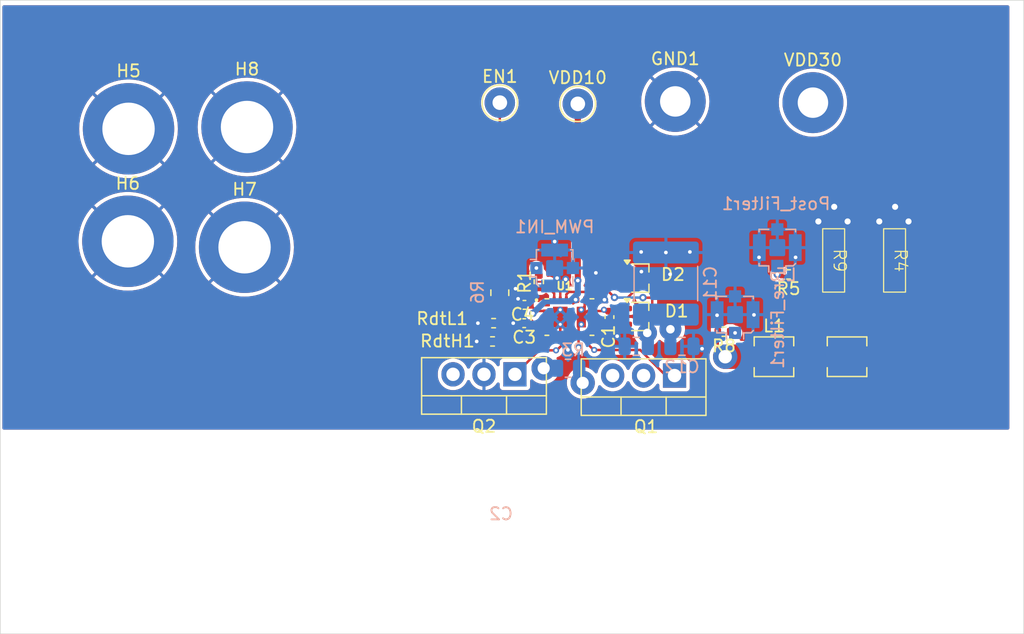
<source format=kicad_pcb>
(kicad_pcb (version 20240108) (generator "pcbnew") (generator_version "8.0")
  (layers (0 "F.Cu" signal) (1 "In1.Cu" power) (2 "In2.Cu" mixed) (31 "B.Cu" power) (34 "B.Paste" user) (35 "F.Paste" user) (36 "B.SilkS" user "B.Silkscreen") (37 "F.SilkS" user "F.Silkscreen") (38 "B.Mask" user) (39 "F.Mask" user) (44 "Edge.Cuts" user))
  (net 0 "")
  (net 1 "GND")
  (net 2 "/Q2D")
  (net 3 "Net-(L1-Pad2)")
  (net 4 "Net-(U1-DLH)")
  (net 5 "Net-(U1-DHL)")
  (net 6 "/BST1")
  (net 7 "/HS1")
  (net 8 "/HB1")
  (net 9 "/VDD30")
  (net 10 "/VCC1")
  (net 11 "/VDD10")
  (net 12 "/EN1")
  (net 13 "/PWM1")
  (net 14 "/LO1")
  (net 15 "/RL1")
  (net 16 "/Pre_Filter1")
  (net 17 "/HO1")
  (net 18 "Net-(U1-PWM{slash}LI)")
  (net 19 "/N1RL")
  (footprint "Resistor_SMD:R_0402_1005Metric" (layer "F.Cu") (at 142.7 38.5 180)
    (property "Reference" "R5" (at 0 -1.17 360) (layer "F.SilkS"))
    (property "Value" "47")
    (fp_line (start -0.153641 0.38) (end 0.153641 0.38) (stroke (width 0.12)) (layer "F.SilkS"))
    (fp_line (start -0.153641 -0.38) (end 0.153641 -0.38) (stroke (width 0.12)) (layer "F.SilkS"))
    (pad "1" smd roundrect (at -0.51 0 180) (size 0.54 0.64) (layers "F.Cu" "F.Paste" "F.Mask") (net 19 "/N1RL"))
    (pad "2" smd roundrect (at 0.51 0 180) (size 0.54 0.64) (layers "F.Cu" "F.Paste" "F.Mask") (net 15 "/RL1"))
  )
  (footprint "TestPoint:TestPoint_THTPad_D2.5mm_Drill1.2mm" (layer "F.Cu") (at 119 24.4)
    (property "Reference" "EN1" (at 0 -2.148 0) (layer "F.SilkS"))
    (property "Value" "MountingHole_Pad")
    (fp_circle (center 0 0) (end 0 1.45) (stroke (width 0.12)) (fill none) (layer "F.SilkS"))
    (pad "1" thru_hole circle (at 0 0) (size 2.5 2.5) (drill 1.2) (layers "*.Cu" "*.Mask") (net 12 "/EN1"))
  )
  (footprint "MountingHole:MountingHole_2.5mm_Pad_TopBottom" (layer "F.Cu") (at 133.4 24.3)
    (property "Reference" "GND1" (at 0 -3.5 0) (layer "F.SilkS"))
    (property "Value" "MountingHole_Pad")
    (pad "1" thru_hole circle (at 0 0) (size 2.9 2.9) (drill 2.5) (layers "*.Cu" "*.Mask") (net 1 "GND"))
    (pad "1" connect circle (at 0 0) (size 5 5) (layers "F.Cu" "F.Mask") (net 1 "GND"))
    (pad "1" connect circle (at 0 0) (size 5 5) (layers "B.Cu" "B.Mask") (net 1 "GND"))
  )
  (footprint "Package_TO_SOT_SMD:SOT-323_SC-70" (layer "F.Cu") (at 130.51 38.8)
    (property "Reference" "D2" (at 2.7 -0.29 0) (layer "F.SilkS"))
    (property "Value" "D_Schottky")
    (fp_line (start -0.68 -1.16) (end 0.73 -1.16) (stroke (width 0.12)) (layer "F.SilkS"))
    (fp_line (start -0.68 1.16) (end 0.73 1.16) (stroke (width 0.12)) (layer "F.SilkS"))
    (fp_line (start 0.73 -1.16) (end 0.73 -0.5) (stroke (width 0.12)) (layer "F.SilkS"))
    (fp_line (start 0.73 0.5) (end 0.73 1.16) (stroke (width 0.12)) (layer "F.SilkS"))
    (fp_poly (pts (xy -1.05 -1.14) (xy -1.29 -1.47) (xy -0.81 -1.47) (xy -1.05 -1.14)) (stroke (width 0.12)) (fill solid) (layer "F.SilkS"))
    (pad "1" smd roundrect (at -1 -0.65 270) (size 0.45 0.7) (layers "F.Cu" "F.Paste" "F.Mask") (net 8 "/HB1"))
    (pad "2" smd roundrect (at -1 0.65 270) (size 0.45 0.7) (layers "F.Cu" "F.Paste" "F.Mask"))
    (pad "3" smd roundrect (at 1 0 270) (size 0.45 0.7) (layers "F.Cu" "F.Paste" "F.Mask") (net 6 "/BST1"))
  )
  (footprint "Resistor_SMD:R_0402_1005Metric" (layer "F.Cu") (at 137.4 43.2 180)
    (property "Reference" "R8" (at 0 -1.17 360) (layer "F.SilkS"))
    (property "Value" "47")
    (fp_line (start -0.153641 0.38) (end 0.153641 0.38) (stroke (width 0.12)) (layer "F.SilkS"))
    (fp_line (start -0.153641 -0.38) (end 0.153641 -0.38) (stroke (width 0.12)) (layer "F.SilkS"))
    (pad "1" smd roundrect (at -0.51 0 180) (size 0.54 0.64) (layers "F.Cu" "F.Paste" "F.Mask") (net 16 "/Pre_Filter1"))
    (pad "2" smd roundrect (at 0.51 0 180) (size 0.54 0.64) (layers "F.Cu" "F.Paste" "F.Mask") (net 7 "/HS1"))
  )
  (footprint "MountingHole:MountingHole_4.3mm_M4_DIN965_Pad_TopBottom" (layer "F.Cu") (at 88.525 26.55)
    (property "Reference" "H5" (at 0 -4.75 0) (layer "F.SilkS"))
    (property "Value" "MountingHole_Pad")
    (pad "1" thru_hole circle (at 0 0) (size 4.7 4.7) (drill 4.3) (layers "*.Cu" "*.Mask") (net 1 "GND"))
    (pad "1" connect circle (at 0 0) (size 7.5 7.5) (layers "F.Cu" "F.Mask") (net 1 "GND"))
    (pad "1" connect circle (at 0 0) (size 7.5 7.5) (layers "B.Cu" "B.Mask") (net 1 "GND"))
  )
  (footprint "Resistor_SMD:R_0805_2012Metric" (layer "F.Cu") (at 119 40 -90)
    (property "Reference" "R6" (at -0.04 1.83 90) (layer "B.SilkS") (effects (justify mirror)))
    (property "Value" "0")
    (fp_line (start -0.227064 0.735) (end 0.227064 0.735) (stroke (width 0.12)) (layer "F.SilkS"))
    (fp_line (start -0.227064 -0.735) (end 0.227064 -0.735) (stroke (width 0.12)) (layer "F.SilkS"))
    (pad "1" smd roundrect (at -0.9125 0 270) (size 1.025 1.4) (layers "F.Cu" "F.Paste" "F.Mask") (roundrect_rratio 0.243902) (net 12 "/EN1"))
    (pad "2" smd roundrect (at 0.9125 0 270) (size 1.025 1.4) (layers "F.Cu" "F.Paste" "F.Mask") (roundrect_rratio 0.243902) (net 10 "/VCC1"))
  )
  (footprint "Resistor_SMD:R_0402_1005Metric" (layer "F.Cu") (at 118.4025 44)
    (property "Reference" "RdtH1" (at -3.7025 -0.03 0) (layer "F.SilkS"))
    (property "Value" "1.8M")
    (fp_line (start -0.153641 -0.38) (end 0.153641 -0.38) (stroke (width 0.12)) (layer "F.SilkS"))
    (fp_line (start -0.153641 0.38) (end 0.153641 0.38) (stroke (width 0.12)) (layer "F.SilkS"))
    (pad "1" smd roundrect (at -0.51 0) (size 0.54 0.64) (layers "F.Cu" "F.Paste" "F.Mask") (net 1 "GND"))
    (pad "2" smd roundrect (at 0.51 0) (size 0.54 0.64) (layers "F.Cu" "F.Paste" "F.Mask") (net 4 "Net-(U1-DLH)"))
  )
  (footprint "MyResistors:RWS5" (layer "F.Cu") (at 146.4 37.35 -90)
    (property "Reference" "R9" (at 0 -0.5 -90) (layer "F.SilkS") (effects (font (thickness 0.1))))
    (property "Value" "470")
    (fp_rect (start -2.6 -0.9) (end 2.6 0.9) (stroke (width 0.1)) (fill none) (layer "F.SilkS"))
    (pad "1" smd roundrect (at -3.24 0 270) (size 1.98 2.16) (layers "F.Cu" "F.Mask") (roundrect_rratio 0.0404040404) (net 1 "GND"))
    (pad "2" smd roundrect (at 3.24 0 270) (size 1.98 2.16) (layers "F.Cu" "F.Mask") (roundrect_rratio 0.0404040404) (net 19 "/N1RL"))
  )
  (footprint "Inductor_SMD:L_Vishay_IHLP-1212" (layer "F.Cu") (at 141.5 45.255)
    (property "Reference" "L1" (at 0 -2.524 0) (layer "F.SilkS"))
    (property "Value" "L")
    (fp_line (start -1.624 -1.624) (end 1.624 -1.624) (stroke (width 0.12)) (layer "F.SilkS"))
    (fp_line (start -1.624 -0.9) (end -1.624 -1.624) (stroke (width 0.12)) (layer "F.SilkS"))
    (fp_line (start -1.624 0.9) (end -1.624 1.624) (stroke (width 0.12)) (layer "F.SilkS"))
    (fp_line (start -1.624 1.624) (end 1.624 1.624) (stroke (width 0.12)) (layer "F.SilkS"))
    (fp_line (start 1.624 -1.624) (end 1.624 -0.9) (stroke (width 0.12)) (layer "F.SilkS"))
    (fp_line (start 1.624 1.624) (end 1.624 0.9) (stroke (width 0.12)) (layer "F.SilkS"))
    (pad "1" smd rect (at -1.35 0) (size 1.5 1.2) (layers "F.Cu" "F.Paste" "F.Mask") (net 7 "/HS1"))
    (pad "2" smd rect (at 1.35 0) (size 1.5 1.2) (layers "F.Cu" "F.Paste" "F.Mask") (net 3 "Net-(L1-Pad2)"))
  )
  (footprint "Package_TO_SOT_THT:TO-220-3_Vertical" (layer "F.Cu") (at 133.34 46.8 180)
    (property "Reference" "Q1" (at 2.34 -4.2 180) (layer "F.SilkS"))
    (property "Value" "Q_NMOS_GSD")
    (fp_line (start 7.66 -3.27) (end 7.66 1.371) (stroke (width 0.12)) (layer "F.SilkS"))
    (fp_line (start 4.391 -3.27) (end 4.391 -1.76) (stroke (width 0.12)) (layer "F.SilkS"))
    (fp_line (start 0.69 -3.27) (end 0.69 -1.76) (stroke (width 0.12)) (layer "F.SilkS"))
    (fp_line (start -2.58 1.371) (end 7.66 1.371) (stroke (width 0.12)) (layer "F.SilkS"))
    (fp_line (start -2.58 -1.76) (end 7.66 -1.76) (stroke (width 0.12)) (layer "F.SilkS"))
    (fp_line (start -2.58 -3.27) (end 7.66 -3.27) (stroke (width 0.12)) (layer "F.SilkS"))
    (fp_line (start -2.58 -3.27) (end -2.58 1.371) (stroke (width 0.12)) (layer "F.SilkS"))
    (pad "1" thru_hole rect (at 0 0 180) (size 1.905 2) (drill 1.1) (layers "*.Cu" "*.Mask") (net 17 "/HO1"))
    (pad "2" thru_hole oval (at 2.54 0 180) (size 1.905 2) (drill 1.1) (layers "*.Cu" "*.Mask") (net 7 "/HS1"))
    (pad "3" thru_hole oval (at 5.08 0 180) (size 1.905 2) (drill 1.1) (layers "*.Cu" "*.Mask") (net 9 "/VDD30"))
  )
  (footprint "Inductor_SMD:L_Vishay_IHLP-1212" (layer "F.Cu") (at 147.5 45.255)
    (property "Reference" "L5" (at -5.025 -6.724 -0) (layer "B.SilkS") (effects (justify mirror)))
    (property "Value" "L")
    (fp_line (start -1.624 -1.624) (end 1.624 -1.624) (stroke (width 0.12)) (layer "F.SilkS"))
    (fp_line (start -1.624 -0.9) (end -1.624 -1.624) (stroke (width 0.12)) (layer "F.SilkS"))
    (fp_line (start -1.624 0.9) (end -1.624 1.624) (stroke (width 0.12)) (layer "F.SilkS"))
    (fp_line (start -1.624 1.624) (end 1.624 1.624) (stroke (width 0.12)) (layer "F.SilkS"))
    (fp_line (start 1.624 -1.624) (end 1.624 -0.9) (stroke (width 0.12)) (layer "F.SilkS"))
    (fp_line (start 1.624 1.624) (end 1.624 0.9) (stroke (width 0.12)) (layer "F.SilkS"))
    (pad "1" smd rect (at -1.35 0) (size 1.5 1.2) (layers "F.Cu" "F.Paste" "F.Mask") (net 3 "Net-(L1-Pad2)"))
    (pad "2" smd rect (at 1.35 0) (size 1.5 1.2) (layers "F.Cu" "F.Paste" "F.Mask") (net 19 "/N1RL"))
  )
  (footprint "MyResistors:RWS5" (layer "F.Cu") (at 151.4 37.35 -90)
    (property "Reference" "R4" (at 0 -0.5 -90) (layer "F.SilkS") (effects (font (thickness 0.1))))
    (property "Value" "470")
    (fp_rect (start -2.6 -0.9) (end 2.6 0.9) (stroke (width 0.1)) (fill none) (layer "F.SilkS"))
    (pad "1" smd roundrect (at -3.24 0 270) (size 1.98 2.16) (layers "F.Cu" "F.Mask") (roundrect_rratio 0.0404040404) (net 1 "GND"))
    (pad "2" smd roundrect (at 3.24 0 270) (size 1.98 2.16) (layers "F.Cu" "F.Mask") (roundrect_rratio 0.0404040404) (net 19 "/N1RL"))
  )
  (footprint "Capacitor_SMD:C_0402_1005Metric" (layer "F.Cu") (at 121 42.5 180)
    (property "Reference" "C3" (at 0 -1.16 180) (layer "F.SilkS"))
    (property "Value" "4.7u")
    (fp_line (start -0.107836 0.36) (end 0.107836 0.36) (stroke (width 0.12)) (layer "F.SilkS"))
    (fp_line (start -0.107836 -0.36) (end 0.107836 -0.36) (stroke (width 0.12)) (layer "F.SilkS"))
    (pad "1" smd roundrect (at -0.48 0 180) (size 0.56 0.62) (layers "F.Cu" "F.Paste" "F.Mask") (net 10 "/VCC1"))
    (pad "2" smd roundrect (at 0.48 0 180) (size 0.56 0.62) (layers "F.Cu" "F.Paste" "F.Mask") (net 1 "GND"))
  )
  (footprint "MountingHole:MountingHole_2.5mm_Pad_TopBottom" (layer "F.Cu") (at 144.7 24.4)
    (property "Reference" "VDD30" (at 0 -3.5 0) (layer "F.SilkS"))
    (property "Value" "MountingHole_Pad")
    (pad "1" thru_hole circle (at 0 0) (size 2.9 2.9) (drill 2.5) (layers "*.Cu" "*.Mask") (net 9 "/VDD30"))
    (pad "1" connect circle (at 0 0) (size 5 5) (layers "F.Cu" "F.Mask") (net 9 "/VDD30"))
    (pad "1" connect circle (at 0 0) (size 5 5) (layers "B.Cu" "B.Mask") (net 9 "/VDD30"))
  )
  (footprint "Capacitor_SMD:C_0402_1005Metric" (layer "F.Cu") (at 128 42 90)
    (property "Reference" "C1" (at -1.6 -0.08 90) (layer "F.SilkS"))
    (property "Value" "1u")
    (fp_line (start -0.107836 -0.36) (end 0.107836 -0.36) (stroke (width 0.12)) (layer "F.SilkS"))
    (fp_line (start -0.107836 0.36) (end 0.107836 0.36) (stroke (width 0.12)) (layer "F.SilkS"))
    (pad "1" smd roundrect (at -0.48 0 90) (size 0.56 0.62) (layers "F.Cu" "F.Paste" "F.Mask") (net 8 "/HB1"))
    (pad "2" smd roundrect (at 0.48 0 90) (size 0.56 0.62) (layers "F.Cu" "F.Paste" "F.Mask") (net 7 "/HS1"))
  )
  (footprint "MountingHole:MountingHole_4.3mm_M4_DIN965_Pad_TopBottom" (layer "F.Cu") (at 88.47 35.78)
    (property "Reference" "H6" (at 0 -4.75 0) (layer "F.SilkS"))
    (property "Value" "MountingHole_Pad")
    (pad "1" thru_hole circle (at 0 0) (size 4.7 4.7) (drill 4.3) (layers "*.Cu" "*.Mask") (net 1 "GND"))
    (pad "1" connect circle (at 0 0) (size 7.5 7.5) (layers "F.Cu" "F.Mask") (net 1 "GND"))
    (pad "1" connect circle (at 0 0) (size 7.5 7.5) (layers "B.Cu" "B.Mask") (net 1 "GND"))
  )
  (footprint "MountingHole:MountingHole_4.3mm_M4_DIN965_Pad_TopBottom" (layer "F.Cu") (at 98.25 26.4)
    (property "Reference" "H8" (at 0 -4.75 0) (layer "F.SilkS"))
    (property "Value" "MountingHole_Pad")
    (pad "1" thru_hole circle (at 0 0) (size 4.7 4.7) (drill 4.3) (layers "*.Cu" "*.Mask") (net 1 "GND"))
    (pad "1" connect circle (at 0 0) (size 7.5 7.5) (layers "F.Cu" "F.Mask") (net 1 "GND"))
    (pad "1" connect circle (at 0 0) (size 7.5 7.5) (layers "B.Cu" "B.Mask") (net 1 "GND"))
  )
  (footprint "Resistor_SMD:R_0402_1005Metric" (layer "F.Cu") (at 118.49 42.5)
    (property "Reference" "RdtL1" (at -4.22 -0.37 0) (layer "F.SilkS"))
    (property "Value" "1.8M")
    (fp_line (start -0.153641 -0.38) (end 0.153641 -0.38) (stroke (width 0.12)) (layer "F.SilkS"))
    (fp_line (start -0.153641 0.38) (end 0.153641 0.38) (stroke (width 0.12)) (layer "F.SilkS"))
    (pad "1" smd roundrect (at -0.51 0) (size 0.54 0.64) (layers "F.Cu" "F.Paste" "F.Mask") (net 1 "GND"))
    (pad "2" smd roundrect (at 0.51 0) (size 0.54 0.64) (layers "F.Cu" "F.Paste" "F.Mask") (net 5 "Net-(U1-DHL)"))
  )
  (footprint "Package_TO_SOT_THT:TO-220-3_Vertical" (layer "F.Cu") (at 120.24 46.7 180)
    (property "Reference" "Q2" (at 2.54 -4.27 360) (layer "F.SilkS"))
    (property "Value" "Q_NMOS_GSD")
    (fp_line (start 7.66 -3.27) (end 7.66 1.371) (stroke (width 0.12)) (layer "F.SilkS"))
    (fp_line (start 4.391 -3.27) (end 4.391 -1.76) (stroke (width 0.12)) (layer "F.SilkS"))
    (fp_line (start 0.69 -3.27) (end 0.69 -1.76) (stroke (width 0.12)) (layer "F.SilkS"))
    (fp_line (start -2.58 1.371) (end 7.66 1.371) (stroke (width 0.12)) (layer "F.SilkS"))
    (fp_line (start -2.58 -1.76) (end 7.66 -1.76) (stroke (width 0.12)) (layer "F.SilkS"))
    (fp_line (start -2.58 -3.27) (end 7.66 -3.27) (stroke (width 0.12)) (layer "F.SilkS"))
    (fp_line (start -2.58 -3.27) (end -2.58 1.371) (stroke (width 0.12)) (layer "F.SilkS"))
    (pad "1" thru_hole rect (at 0 0 180) (size 1.905 2) (drill 1.1) (layers "*.Cu" "*.Mask") (net 14 "/LO1"))
    (pad "2" thru_hole oval (at 2.54 0 180) (size 1.905 2) (drill 1.1) (layers "*.Cu" "*.Mask") (net 1 "GND"))
    (pad "3" thru_hole oval (at 5.08 0 180) (size 1.905 2) (drill 1.1) (layers "*.Cu" "*.Mask") (net 2 "/Q2D"))
  )
  (footprint "Capacitor_SMD:C_0402_1005Metric" (layer "F.Cu") (at 121.02 41)
    (property "Reference" "C4" (at -0.15 0.78 0) (layer "F.SilkS"))
    (property "Value" "1u")
    (fp_line (start -0.107836 -0.36) (end 0.107836 -0.36) (stroke (width 0.12)) (layer "F.SilkS"))
    (fp_line (start -0.107836 0.36) (end 0.107836 0.36) (stroke (width 0.12)) (layer "F.SilkS"))
    (pad "1" smd roundrect (at -0.48 0) (size 0.56 0.62) (layers "F.Cu" "F.Paste" "F.Mask") (net 1 "GND"))
    (pad "2" smd roundrect (at 0.48 0) (size 0.56 0.62) (layers "F.Cu" "F.Paste" "F.Mask") (net 11 "/VDD10"))
  )
  (footprint "Resistor_SMD:R_0402_1005Metric" (layer "F.Cu") (at 122.2 39.1 90)
    (property "Reference" "R1" (at 0 -1.17 90) (layer "F.SilkS"))
    (property "Value" "47")
    (fp_line (start -0.153641 -0.38) (end 0.153641 -0.38) (stroke (width 0.12)) (layer "F.SilkS"))
    (fp_line (start -0.153641 0.38) (end 0.153641 0.38) (stroke (width 0.12)) (layer "F.SilkS"))
    (pad "1" smd roundrect (at -0.51 0 90) (size 0.54 0.64) (layers "F.Cu" "F.Paste" "F.Mask") (net 18 "Net-(U1-PWM{slash}LI)"))
    (pad "2" smd roundrect (at 0.51 0 90) (size 0.54 0.64) (layers "F.Cu" "F.Paste" "F.Mask") (net 13 "/PWM1"))
  )
  (footprint "Drivers:IC_LMG1210RVRR" (layer "F.Cu") (at 124.7125 42)
    (property "Reference" "U1" (at -0.4025 -2.55 0) (layer "F.SilkS") (effects (font (size 0.64 0.64))))
    (property "Value" "LMG1210RVRR")
    (fp_line (start -2 1.5) (end -1.7 1.5) (stroke (width 0.127)) (layer "F.SilkS"))
    (fp_line (start -1.7 -1.5) (end -2 -1.5) (stroke (width 0.127)) (layer "F.SilkS"))
    (fp_line (start 1.7 1.5) (end 2 1.5) (stroke (width 0.127)) (layer "F.SilkS"))
    (fp_line (start 2 -1.5) (end 1.7 -1.5) (stroke (width 0.127)) (layer "F.SilkS"))
    (fp_circle (center -2.7 -1.4) (end -2.625 -1.4) (stroke (width 0.15)) (fill none) (layer "F.SilkS"))
    (pad "1" smd roundrect (at -1.9 -1) (size 0.6 0.25) (layers "F.Cu"))
    (pad "2" smd roundrect (at -1.9 -0.5) (size 0.6 0.25) (layers "F.Cu") (net 11 "/VDD10"))
    (pad "3" smd roundrect (at -1.9 0) (size 0.6 0.25) (layers "F.Cu") (net 1 "GND"))
    (pad "4" smd roundrect (at -1.9 0.5) (size 0.6 0.25) (layers "F.Cu") (net 10 "/VCC1"))
    (pad "5" smd roundrect (at -1.9 1) (size 0.6 0.25) (layers "F.Cu") (net 5 "Net-(U1-DHL)"))
    (pad "6" smd roundrect (at -1.25 1.4) (size 0.25 0.6) (layers "F.Cu") (net 4 "Net-(U1-DLH)"))
    (pad "7" smd roundrect (at -0.75 1.4) (size 0.25 0.6) (layers "F.Cu") (net 1 "GND"))
    (pad "8" smd roundrect (at -0.25 1.4) (size 0.25 0.6) (layers "F.Cu") (net 14 "/LO1"))
    (pad "9" smd roundrect (at 0.75 1.4) (size 0.25 0.6) (layers "F.Cu") (net 7 "/HS1"))
    (pad "10" smd roundrect (at 1.25 1.4) (size 0.25 0.6) (layers "F.Cu") (net 17 "/HO1"))
    (pad "11" smd roundrect (at 1.9 1) (size 0.6 0.25) (layers "F.Cu"))
    (pad "12" smd roundrect (at 1.9 0.5) (size 0.6 0.25) (layers "F.Cu") (net 8 "/HB1"))
    (pad "13" smd roundrect (at 1.9 0) (size 0.6 0.25) (layers "F.Cu") (net 7 "/HS1"))
    (pad "14" smd roundrect (at 1.9 -0.5) (size 0.6 0.25) (layers "F.Cu") (net 7 "/HS1"))
    (pad "15" smd roundrect (at 1.9 -1) (size 0.6 0.25) (layers "F.Cu"))
    (pad "16" smd roundrect (at 1.25 -1.4) (size 0.25 0.6) (layers "F.Cu") (net 7 "/HS1"))
    (pad "17" smd roundrect (at -0.25 -1.4) (size 0.25 0.6) (layers "F.Cu") (net 6 "/BST1"))
    (pad "18" smd roundrect (at -0.75 -1.4) (size 0.25 0.6) (layers "F.Cu") (net 12 "/EN1"))
    (pad "19" smd roundrect (at -1.25 -1.4) (size 0.25 0.6) (layers "F.Cu") (net 18 "Net-(U1-PWM{slash}LI)"))
    (pad "20" smd roundrect (at -0.75 0) (size 1.2 1.7) (layers "F.Cu") (roundrect_rratio 0.025) (net 1 "GND"))
    (pad "20_1" thru_hole circle (at -0.75 -0.6) (size 0.5 0.5) (drill 0.25) (layers "*.Cu") (net 1 "GND"))
    (pad "20_2" thru_hole circle (at -0.75 0.6) (size 0.5 0.5) (drill 0.25) (layers "*.Cu") (net 1 "GND"))
    (pad "21" smd roundrect (at 0.975 0) (size 0.75 1.7) (layers "F.Cu") (roundrect_rratio 0.025) (net 7 "/HS1"))
    (pad "21_1" thru_hole circle (at 0.975 -0.6) (size 0.5 0.5) (drill 0.25) (layers "*.Cu") (net 7 "/HS1"))
    (pad "21_2" thru_hole circle (at 0.975 0.6) (size 0.5 0.5) (drill 0.25) (layers "*.Cu") (net 7 "/HS1"))
  )
  (footprint "Package_TO_SOT_SMD:SOT-323_SC-70" (layer "F.Cu") (at 130.5 41.95)
    (property "Reference" "D1" (at 3.01 -0.44 0) (layer "F.SilkS"))
    (property "Value" "D_Schottky")
    (fp_line (start -0.68 -1.16) (end 0.73 -1.16) (stroke (width 0.12)) (layer "F.SilkS"))
    (fp_line (start -0.68 1.16) (end 0.73 1.16) (stroke (width 0.12)) (layer "F.SilkS"))
    (fp_line (start 0.73 -1.16) (end 0.73 -0.5) (stroke (width 0.12)) (layer "F.SilkS"))
    (fp_line (start 0.73 0.5) (end 0.73 1.16) (stroke (width 0.12)) (layer "F.SilkS"))
    (fp_poly (pts (xy -1.05 -1.14) (xy -1.29 -1.47) (xy -0.81 -1.47) (xy -1.05 -1.14)) (stroke (width 0.12)) (fill solid) (layer "F.SilkS"))
    (pad "1" smd roundrect (at -1 -0.65 270) (size 0.45 0.7) (layers "F.Cu" "F.Paste" "F.Mask") (net 8 "/HB1"))
    (pad "2" smd roundrect (at -1 0.65 270) (size 0.45 0.7) (layers "F.Cu" "F.Paste" "F.Mask"))
    (pad "3" smd roundrect (at 1 0 270) (size 0.45 0.7) (layers "F.Cu" "F.Paste" "F.Mask") (net 6 "/BST1"))
  )
  (footprint "" (layer "F.Cu") (at 127.55 41.4)
    (property "Reference" "" (at 0 0 0) (layer "F.SilkS") (effects (font (size 1.27 1.27))))
    (property "Value" "")
    (pad "21_1" thru_hole circle (at 0 0) (size 0.5 0.5) (drill 0.25) (layers "*.Cu") (net 7 "/HS1"))
  )
  (footprint "MountingHole:MountingHole_4.3mm_M4_DIN965_Pad_TopBottom" (layer "F.Cu") (at 98.05 36.27)
    (property "Reference" "H7" (at 0 -4.75 0) (layer "F.SilkS"))
    (property "Value" "MountingHole_Pad")
    (pad "1" thru_hole circle (at 0 0) (size 4.7 4.7) (drill 4.3) (layers "*.Cu" "*.Mask") (net 1 "GND"))
    (pad "1" connect circle (at 0 0) (size 7.5 7.5) (layers "F.Cu" "F.Mask") (net 1 "GND"))
    (pad "1" connect circle (at 0 0) (size 7.5 7.5) (layers "B.Cu" "B.Mask") (net 1 "GND"))
  )
  (footprint "TestPoint:TestPoint_THTPad_D2.5mm_Drill1.2mm" (layer "F.Cu") (at 125.4 24.5)
    (property "Reference" "VDD10" (at 0 -2.148 0) (layer "F.SilkS"))
    (property "Value" "MountingHole_Pad")
    (fp_circle (center 0 0) (end 0 1.45) (stroke (width 0.12)) (fill none) (layer "F.SilkS"))
    (pad "1" thru_hole circle (at 0 0) (size 2.5 2.5) (drill 1.2) (layers "*.Cu" "*.Mask") (net 11 "/VDD10"))
  )
  (footprint "Connector_Coaxial:U.FL_Molex_MCRF_73412-0110_Vertical" (layer "B.Cu") (at 123.5 37.975 90)
    (property "Reference" "PWM_IN1" (at 3.375 0 180) (layer "B.SilkS") (effects (justify mirror)))
    (property "Value" "Conn_Coaxial")
    (fp_line (start 0.7 -2) (end 0.7 -1.5) (stroke (width 0.12)) (layer "B.SilkS"))
    (fp_line (start -0.7 -2) (end -0.7 -1.5) (stroke (width 0.12)) (layer "B.SilkS"))
    (fp_line (start 1.5 -1.5) (end 1.5 -1.3) (stroke (width 0.12)) (layer "B.SilkS"))
    (fp_line (start 0.7 -1.5) (end 1.5 -1.5) (stroke (width 0.12)) (layer "B.SilkS"))
    (fp_line (start -1.3 -1.5) (end -0.7 -1.5) (stroke (width 0.12)) (layer "B.SilkS"))
    (fp_line (start -1.5 -1.3) (end -1.3 -1.5) (stroke (width 0.12)) (layer "B.SilkS"))
    (fp_line (start 1.5 1.3) (end 1.5 1.5) (stroke (width 0.12)) (layer "B.SilkS"))
    (fp_line (start 1.5 1.5) (end 0.7 1.5) (stroke (width 0.12)) (layer "B.SilkS"))
    (fp_line (start -0.7 1.5) (end -1.5 1.5) (stroke (width 0.12)) (layer "B.SilkS"))
    (fp_line (start -1.5 1.5) (end -1.5 1.3) (stroke (width 0.12)) (layer "B.SilkS"))
    (pad "1" smd rect (at 0 -1.5 90) (size 1 1) (layers "B.Cu" "B.Paste" "B.Mask") (net 13 "/PWM1"))
    (pad "2" smd rect (at -1.475 0 90) (size 1.05 2.2) (layers "B.Cu" "B.Paste" "B.Mask") (net 1 "GND"))
    (pad "2" smd rect (at 0 1.5 90) (size 1 1) (layers "B.Cu" "B.Paste" "B.Mask") (net 1 "GND"))
    (pad "2" smd rect (at 1.475 0 90) (size 1.05 2.2) (layers "B.Cu" "B.Paste" "B.Mask") (net 1 "GND"))
  )
  (footprint "Connector_Coaxial:U.FL_Molex_MCRF_73412-0110_Vertical" (layer "B.Cu") (at 141.775 36.3 180)
    (property "Reference" "Post_Filter1" (at 0.1 3.6 0) (layer "B.SilkS") (effects (justify mirror)))
    (property "Value" "Conn_Coaxial")
    (fp_line (start 1.5 1.5) (end 0.7 1.5) (stroke (width 0.12)) (layer "B.SilkS"))
    (fp_line (start 1.5 1.3) (end 1.5 1.5) (stroke (width 0.12)) (layer "B.SilkS"))
    (fp_line (start 1.5 -1.5) (end 1.5 -1.3) (stroke (width 0.12)) (layer "B.SilkS"))
    (fp_line (start 0.7 -1.5) (end 1.5 -1.5) (stroke (width 0.12)) (layer "B.SilkS"))
    (fp_line (start 0.7 -2) (end 0.7 -1.5) (stroke (width 0.12)) (layer "B.SilkS"))
    (fp_line (start -0.7 1.5) (end -1.5 1.5) (stroke (width 0.12)) (layer "B.SilkS"))
    (fp_line (start -0.7 -2) (end -0.7 -1.5) (stroke (width 0.12)) (layer "B.SilkS"))
    (fp_line (start -1.3 -1.5) (end -0.7 -1.5) (stroke (width 0.12)) (layer "B.SilkS"))
    (fp_line (start -1.5 1.5) (end -1.5 1.3) (stroke (width 0.12)) (layer "B.SilkS"))
    (fp_line (start -1.5 -1.3) (end -1.3 -1.5) (stroke (width 0.12)) (layer "B.SilkS"))
    (pad "1" smd rect (at 0 -1.5 180) (size 1 1) (layers "B.Cu" "B.Paste" "B.Mask") (net 15 "/RL1"))
    (pad "2" smd rect (at -1.475 0 180) (size 1.05 2.2) (layers "B.Cu" "B.Paste" "B.Mask") (net 1 "GND"))
    (pad "2" smd rect (at 0 1.5 180) (size 1 1) (layers "B.Cu" "B.Paste" "B.Mask") (net 1 "GND"))
    (pad "2" smd rect (at 1.475 0 180) (size 1.05 2.2) (layers "B.Cu" "B.Paste" "B.Mask") (net 1 "GND"))
  )
  (footprint "Capacitor_SMD:C_0805_2012Metric" (layer "B.Cu") (at 130.2 44.4 180)
    (property "Reference" "C2" (at 11.1 -13.75 360) (layer "B.SilkS") (effects (justify mirror)))
    (property "Value" "1u")
    (fp_line (start 0.261252 0.735) (end -0.261252 0.735) (stroke (width 0.12)) (layer "B.SilkS"))
    (fp_line (start 0.261252 -0.735) (end -0.261252 -0.735) (stroke (width 0.12)) (layer "B.SilkS"))
    (pad "1" smd roundrect (at -0.95 0 180) (size 1 1.45) (layers "B.Cu" "B.Paste" "B.Mask") (net 9 "/VDD30"))
    (pad "2" smd roundrect (at 0.95 0 180) (size 1 1.45) (layers "B.Cu" "B.Paste" "B.Mask") (net 1 "GND"))
  )
  (footprint "Resistor_SMD:R_0805_2012Metric" (layer "B.Cu") (at 124.6 46.2)
    (property "Reference" "R3" (at 0.4125 -1.5 0) (layer "B.SilkS") (effects (justify mirror)))
    (property "Value" "0")
    (fp_line (start 0.227064 -0.735) (end -0.227064 -0.735) (stroke (width 0.12)) (layer "B.SilkS"))
    (fp_line (start 0.227064 0.735) (end -0.227064 0.735) (stroke (width 0.12)) (layer "B.SilkS"))
    (pad "1" smd roundrect (at -0.9125 0) (size 1.025 1.4) (layers "B.Cu" "B.Paste" "B.Mask") (roundrect_rratio 0.243902) (net 2 "/Q2D"))
    (pad "2" smd roundrect (at 0.9125 0) (size 1.025 1.4) (layers "B.Cu" "B.Paste" "B.Mask") (roundrect_rratio 0.243902) (net 7 "/HS1"))
  )
  (footprint "Capacitor_SMD:C_2220_5750Metric" (layer "B.Cu") (at 132.63 39.25 90)
    (property "Reference" "C11" (at 0 3.65 90) (layer "B.SilkS") (effects (justify mirror)))
    (property "Value" "22u")
    (fp_line (start 1.415748 -2.61) (end -1.415748 -2.61) (stroke (width 0.12)) (layer "B.SilkS"))
    (fp_line (start 1.415748 2.61) (end -1.415748 2.61) (stroke (width 0.12)) (layer "B.SilkS"))
    (pad "1" smd roundrect (at -2.55 0 90) (size 1.8 5.4) (layers "B.Cu" "B.Paste" "B.Mask") (roundrect_rratio 0.138889) (net 9 "/VDD30"))
    (pad "2" smd roundrect (at 2.55 0 90) (size 1.8 5.4) (layers "B.Cu" "B.Paste" "B.Mask") (roundrect_rratio 0.138889) (net 1 "GND"))
  )
  (footprint "Connector_Coaxial:U.FL_Molex_MCRF_73412-0110_Vertical" (layer "B.Cu") (at 138.31 41.8 180)
    (property "Reference" "Pre_Filter1" (at -3.5 -0.4 90) (layer "B.SilkS") (effects (justify mirror)))
    (property "Value" "Conn_Coaxial")
    (fp_line (start 1.5 1.5) (end 0.7 1.5) (stroke (width 0.12)) (layer "B.SilkS"))
    (fp_line (start 1.5 1.3) (end 1.5 1.5) (stroke (width 0.12)) (layer "B.SilkS"))
    (fp_line (start 1.5 -1.5) (end 1.5 -1.3) (stroke (width 0.12)) (layer "B.SilkS"))
    (fp_line (start 0.7 -1.5) (end 1.5 -1.5) (stroke (width 0.12)) (layer "B.SilkS"))
    (fp_line (start 0.7 -2) (end 0.7 -1.5) (stroke (width 0.12)) (layer "B.SilkS"))
    (fp_line (start -0.7 1.5) (end -1.5 1.5) (stroke (width 0.12)) (layer "B.SilkS"))
    (fp_line (start -0.7 -2) (end -0.7 -1.5) (stroke (width 0.12)) (layer "B.SilkS"))
    (fp_line (start -1.3 -1.5) (end -0.7 -1.5) (stroke (width 0.12)) (layer "B.SilkS"))
    (fp_line (start -1.5 1.5) (end -1.5 1.3) (stroke (width 0.12)) (layer "B.SilkS"))
    (fp_line (start -1.5 -1.3) (end -1.3 -1.5) (stroke (width 0.12)) (layer "B.SilkS"))
    (pad "1" smd rect (at 0 -1.5 180) (size 1 1) (layers "B.Cu" "B.Paste" "B.Mask") (net 16 "/Pre_Filter1"))
    (pad "2" smd rect (at -1.475 0 180) (size 1.05 2.2) (layers "B.Cu" "B.Paste" "B.Mask") (net 1 "GND"))
    (pad "2" smd rect (at 0 1.5 180) (size 1 1) (layers "B.Cu" "B.Paste" "B.Mask") (net 1 "GND"))
    (pad "2" smd rect (at 1.475 0 180) (size 1.05 2.2) (layers "B.Cu" "B.Paste" "B.Mask") (net 1 "GND"))
  )
  (footprint "Capacitor_SMD:C_0805_2012Metric" (layer "B.Cu") (at 133.95 44.4)
    (property "Reference" "C12" (at 0 1.68 360) (layer "B.SilkS") (effects (justify mirror)))
    (property "Value" "10n")
    (fp_line (start 0.261252 -0.735) (end -0.261252 -0.735) (stroke (width 0.12)) (layer "B.SilkS"))
    (fp_line (start 0.261252 0.735) (end -0.261252 0.735) (stroke (width 0.12)) (layer "B.SilkS"))
    (pad "1" smd roundrect (at -0.95 0) (size 1 1.45) (layers "B.Cu" "B.Paste" "B.Mask") (net 9 "/VDD30"))
    (pad "2" smd roundrect (at 0.95 0) (size 1 1.45) (layers "B.Cu" "B.Paste" "B.Mask") (net 1 "GND"))
  )
  (gr_rect (start 78 16) (end 162 68) (stroke (width 0.05)) (fill none) (layer "Edge.Cuts"))
  (segment (start 120.54 40.54) (end 120.5 40.5) (width 0.2) (layer "F.Cu") (net 1))
  (segment (start 143.25 37.1) (end 143.275 37.1) (width 0.2) (layer "F.Cu") (net 1))
  (segment (start 120.1 42.5) (end 120.52 42.5) (width 0.2) (layer "F.Cu") (net 1))
  (segment (start 120.54 41) (end 120.54 40.54) (width 0.2) (layer "F.Cu") (net 1))
  (segment (start 123.9625 43.4) (end 123.9625 42.6) (width 0.2) (layer "F.Cu") (net 1))
  (segment (start 140.3 37.1) (end 140.275 37.1) (width 0.2) (layer "F.Cu") (net 1))
  (segment (start 122.8125 42) (end 123.9625 42) (width 0.2) (layer "F.Cu") (net 1))
  (segment (start 117.98 42.5) (end 117.2 42.5) (width 0.2) (layer "F.Cu") (net 1))
  (segment (start 117.8925 44) (end 117.1 44) (width 0.2) (layer "F.Cu") (net 1))
  (via (at 140.275 37.1) (size 0.6) (drill 0.3) (layers "F.Cu" "B.Cu") (net 1))
  (via (at 132.63 36.7) (size 0.6) (drill 0.3) (layers "F.Cu" "B.Cu") (net 1))
  (via (at 120.5 40.5) (size 0.6) (drill 0.3) (layers "F.Cu" "B.Cu") (net 1))
  (via (at 126.882804 38.372438) (size 0.6) (drill 0.3) (layers "F.Cu" "B.Cu") (net 1))
  (via (at 143.275 37.1) (size 0.6) (drill 0.3) (layers "F.Cu" "B.Cu") (net 1))
  (via (at 130.62 38.27) (size 0.6) (drill 0.3) (layers "F.Cu" "B.Cu") (net 1))
  (via (at 123.7 38.8) (size 0.6) (drill 0.3) (layers "F.Cu" "B.Cu") (net 1))
  (via (at 146.445 32.95) (size 1) (drill 0.5) (layers "F.Cu" "B.Cu") (net 1))
  (via (at 132.97 38.49) (size 0.6) (drill 0.3) (layers "F.Cu" "B.Cu") (net 1))
  (via (at 117.2 42.5) (size 0.6) (drill 0.3) (layers "F.Cu" "B.Cu") (net 1))
  (via (at 139.86 41.82) (size 0.6) (drill 0.3) (layers "F.Cu" "B.Cu") (net 1))
  (via (at 147.545 34.15) (size 1) (drill 0.5) (layers "F.Cu" "B.Cu") (net 1))
  (via (at 123.5 35.8) (size 0.6) (drill 0.3) (layers "F.Cu" "B.Cu") (net 1))
  (via (at 120.29 39.67) (size 0.6) (drill 0.3) (layers "F.Cu" "B.Cu") (net 1))
  (via (at 145.145 34.15) (size 1) (drill 0.5) (layers "F.Cu" "B.Cu") (net 1))
  (via (at 127.59 40.58) (size 0.6) (drill 0.3) (layers "F.Cu" "B.Cu") (net 1))
  (via (at 117.1 44) (size 0.6) (drill 0.3) (layers "F.Cu" "B.Cu") (net 1))
  (via (at 125.22 40.57) (size 0.6) (drill 0.3) (layers "F.Cu" "B.Cu") (net 1))
  (via (at 150.145 34.15) (size 1) (drill 0.5) (layers "F.Cu" "B.Cu") (net 1))
  (via (at 152.545 34.15) (size 1) (drill 0.5) (layers "F.Cu" "B.Cu") (net 1))
  (via (at 120.1 42.5) (size 0.6) (drill 0.3) (layers "F.Cu" "B.Cu") (net 1))
  (via (at 135.6 44.6) (size 0.6) (drill 0.3) (layers "F.Cu" "B.Cu") (net 1))
  (via (at 124.4 38.9) (size 0.6) (drill 0.3) (layers "F.Cu" "B.Cu") (net 1))
  (via (at 124.59 44.69) (size 0.6) (drill 0.3) (layers "F.Cu" "B.Cu") (net 1))
  (via (at 134.6 36.655) (size 0.6) (drill 0.3) (layers "F.Cu" "B.Cu") (net 1))
  (via (at 130.6 36.655) (size 0.6) (drill 0.3) (layers "F.Cu" "B.Cu") (net 1))
  (via (at 151.445 32.95) (size 1) (drill 0.5) (layers "F.Cu" "B.Cu") (net 1))
  (via (at 128.63 43.57) (size 0.6) (drill 0.3) (layers "F.Cu" "B.Cu") (net 1))
  (via (at 136.83 41.85) (size 0.6) (drill 0.3) (layers "F.Cu" "B.Cu") (net 1))
  (segment (start 139.785 41.8) (end 139.84 41.8) (width 0.2) (layer "B.Cu") (net 1))
  (segment (start 128.63 43.57) (end 128.63 43.78) (width 0.2) (layer "B.Cu") (net 1))
  (segment (start 136.835 41.8) (end 136.835 41.845) (width 0.2) (layer "B.Cu") (net 1))
  (segment (start 136.835 41.845) (end 136.83 41.85) (width 0.2) (layer "B.Cu") (net 1))
  (segment (start 139.84 41.8) (end 139.86 41.82) (width 0.2) (layer "B.Cu") (net 1))
  (segment (start 123.5 36.5) (end 123.5 35.8) (width 0.2) (layer "B.Cu") (net 1))
  (segment (start 124 37) (end 123.5 36.5) (width 0.2) (layer "B.Cu") (net 1))
  (segment (start 134.9 44.4) (end 135.4 44.4) (width 0.2) (layer "B.Cu") (net 1))
  (segment (start 135.4 44.4) (end 135.6 44.6) (width 0.2) (layer "B.Cu") (net 1))
  (segment (start 128.63 43.78) (end 129.25 44.4) (width 0.2) (layer "B.Cu") (net 1))
  (via (at 122.6 46.2) (size 2) (drill 1) (layers "F.Cu" "B.Cu") (net 2))
  (segment (start 142.85 45.255) (end 146.15 45.255) (width 2) (layer "F.Cu") (net 3))
  (segment (start 123.4625 43.4) (end 123.4625 43.893433) (width 0.2) (layer "F.Cu") (net 4))
  (segment (start 123.355933 44) (end 118.9125 44) (width 0.2) (layer "F.Cu") (net 4))
  (segment (start 123.4625 43.893433) (end 123.355933 44) (width 0.2) (layer "F.Cu") (net 4))
  (segment (start 122.175 43.125) (end 119.625 43.125) (width 0.2) (layer "F.Cu") (net 5))
  (segment (start 122.3 43) (end 122.175 43.125) (width 0.2) (layer "F.Cu") (net 5))
  (segment (start 119 42.5) (end 119.625 43.125) (width 0.2) (layer "F.Cu") (net 5))
  (segment (start 122.8125 43) (end 122.3 43) (width 0.2) (layer "F.Cu") (net 5))
  (segment (start 131.51 40.41) (end 131.51 41.94) (width 0.2) (layer "F.Cu") (net 6))
  (segment (start 131.51 40.41) (end 130.755376 40.41) (width 0.2) (layer "F.Cu") (net 6))
  (segment (start 130.745376 40.4) (end 130.54 40.4) (width 0.2) (layer "F.Cu") (net 6))
  (segment (start 130.745376 40.4) (end 130.755376 40.41) (width 0.2) (layer "F.Cu") (net 6))
  (segment (start 127.97 39.95) (end 127.97 39.93648) (width 0.2) (layer "F.Cu") (net 6))
  (segment (start 128.41 40.39) (end 127.97 39.95) (width 0.2) (layer "F.Cu") (net 6))
  (segment (start 124.4625 40.1375) (end 124.4625 40.6) (width 0.2) (layer "F.Cu") (net 6))
  (segment (start 127.97 39.93648) (end 124.66352 39.93648) (width 0.2) (layer "F.Cu") (net 6))
  (segment (start 124.66352 39.93648) (end 124.4625 40.1375) (width 0.2) (layer "F.Cu") (net 6))
  (segment (start 131.51 41.94) (end 131.5 41.95) (width 0.2) (layer "F.Cu") (net 6))
  (segment (start 131.51 38.8) (end 131.51 40.41) (width 0.2) (layer "F.Cu") (net 6))
  (via (at 128.41 40.39) (size 0.6) (drill 0.3) (layers "F.Cu" "B.Cu") (net 6))
  (via (at 130.745376 40.4) (size 0.6) (drill 0.3) (layers "F.Cu" "B.Cu") (net 6))
  (segment (start 128.42 40.4) (end 128.41 40.39) (width 0.2) (layer "B.Cu") (net 6))
  (segment (start 130.745376 40.4) (end 128.42 40.4) (width 0.2) (layer "B.Cu") (net 6))
  (segment (start 125.7875 41.5) (end 125.6875 41.4) (width 0.2) (layer "F.Cu") (net 7))
  (segment (start 126.6125 41.5) (end 127.622182 41.5) (width 0.2) (layer "F.Cu") (net 7))
  (segment (start 125.4625 44.5) (end 125.4625 43.4) (width 0.2) (layer "F.Cu") (net 7))
  (segment (start 125.9625 41.125) (end 125.6875 41.4) (width 0.2) (layer "F.Cu") (net 7))
  (segment (start 126.6325 41.52) (end 126.6125 41.5) (width 0.2) (layer "F.Cu") (net 7))
  (segment (start 127.622182 41.5) (end 127.772182 41.65) (width 0.2) (layer "F.Cu") (net 7))
  (segment (start 125.4625 43.4) (end 125.4625 42.225) (width 0.2) (layer "F.Cu") (net 7))
  (segment (start 136.89 44.645) (end 137.5 45.255) (width 0.2) (layer "F.Cu") (net 7))
  (segment (start 126.6125 42) (end 125.6875 42) (width 0.2) (layer "F.Cu") (net 7))
  (segment (start 125.9625 40.6) (end 125.9625 41.125) (width 0.2) (layer "F.Cu") (net 7))
  (segment (start 126.6125 41.5) (end 126.1875 41.5) (width 0.2) (layer "F.Cu") (net 7))
  (segment (start 126.1875 41.5) (end 125.6875 42) (width 0.2) (layer "F.Cu") (net 7))
  (segment (start 125.4625 42.225) (end 125.6875 42) (width 0.2) (layer "F.Cu") (net 7))
  (segment (start 127.772182 41.65) (end 128 41.65) (width 0.2) (layer "F.Cu") (net 7))
  (segment (start 137.5 45.255) (end 140.15 45.255) (width 2) (layer "F.Cu") (net 7))
  (segment (start 136.89 43.2) (end 136.89 44.645) (width 0.2) (layer "F.Cu") (net 7))
  (via (at 125.4625 44.5) (size 0.6) (drill 0.3) (layers "F.Cu" "B.Cu") (net 7))
  (via (at 137.5 45.255) (size 2) (drill 1.1) (layers "F.Cu" "B.Cu") (net 7))
  (via (at 125.8 47.4) (size 2) (drill 1) (layers "F.Cu" "B.Cu") (net 7))
  (segment (start 125.4625 44.5) (end 125.4625 46.15) (width 0.2) (layer "B.Cu") (net 7))
  (segment (start 125.4625 46.15) (end 125.5125 46.2) (width 0.2) (layer "B.Cu") (net 7))
  (segment (start 130.25 39.64648) (end 130.25 38.89) (width 0.2) (layer "F.Cu") (net 8))
  (segment (start 127.3 42.5) (end 127.32 42.48) (width 0.2) (layer "F.Cu") (net 8))
  (segment (start 128 42.48) (end 128.32 42.48) (width 0.2) (layer "F.Cu") (net 8))
  (segment (start 129.5 41.3) (end 129.5 40.39648) (width 0.2) (layer "F.Cu") (net 8))
  (segment (start 130.25 38.89) (end 129.51 38.15) (width 0.2) (layer "F.Cu") (net 8))
  (segment (start 126.6325 42.48) (end 126.6125 42.5) (width 0.2) (layer "F.Cu") (net 8))
  (segment (start 127.32 42.48) (end 128 42.48) (width 0.2) (layer "F.Cu") (net 8))
  (segment (start 126.6125 42.5) (end 127.3 42.5) (width 0.2) (layer "F.Cu") (net 8))
  (segment (start 128.32 42.48) (end 129.5 41.3) (width 0.2) (layer "F.Cu") (net 8))
  (segment (start 129.5 40.39648) (end 130.25 39.64648) (width 0.2) (layer "F.Cu") (net 8))
  (segment (start 128.46 46.46) (end 128.46 46.6) (width 0.2) (layer "F.Cu") (net 9))
  (via (at 131.1 43.3) (size 1.6) (drill 0.7) (layers "F.Cu" "B.Cu") (net 9))
  (via (at 133 43) (size 1.8) (drill 0.7) (layers "F.Cu" "B.Cu") (net 9))
  (segment (start 121.48 42.5) (end 120.87 41.89) (width 0.2) (layer "F.Cu") (net 10))
  (segment (start 120.87 41.89) (end 119.9775 41.89) (width 0.2) (layer "F.Cu") (net 10))
  (segment (start 122.8125 42.5) (end 121.48 42.5) (width 0.2) (layer "F.Cu") (net 10))
  (segment (start 119.9775 41.89) (end 119 40.9125) (width 0.2) (layer "F.Cu") (net 10))
  (segment (start 121.802947 41.697053) (end 121.717477 41.697053) (width 0.2) (layer "F.Cu") (net 11))
  (segment (start 125.4 39) (end 125.4 24.5) (width 0.5) (layer "F.Cu") (net 11))
  (segment (start 121.5 41) (end 122 41.5) (width 0.2) (layer "F.Cu") (net 11))
  (segment (start 122.8125 41.5) (end 122 41.5) (width 0.2) (layer "F.Cu") (net 11))
  (segment (start 122 41.5) (end 121.802947 41.697053) (width 0.2) (layer "F.Cu") (net 11))
  (via (at 121.717477 41.697053) (size 0.6) (drill 0.3) (layers "F.Cu" "B.Cu") (net 11))
  (via (at 125.4 39) (size 0.6) (drill 0.3) (layers "F.Cu" "B.Cu") (net 11))
  (segment (start 125.4 39) (end 125.4 40.075) (width 0.5) (layer "B.Cu") (net 11))
  (segment (start 125.4 40.075) (end 124.775 40.7) (width 0.5) (layer "B.Cu") (net 11))
  (segment (start 124.775 40.7) (end 122.71453 40.7) (width 0.5) (layer "B.Cu") (net 11))
  (segment (start 122.71453 40.7) (end 121.717477 41.697053) (width 0.5) (layer "B.Cu") (net 11))
  (segment (start 119 24.4) (end 119 37.2875) (width 0.2) (layer "F.Cu") (net 12))
  (segment (start 123.0875 39.0875) (end 123.9625 39.9625) (width 0.2) (layer "F.Cu") (net 12))
  (segment (start 123.0875 39.0875) (end 123.075 39.1) (width 0.15) (layer "F.Cu") (net 12))
  (segment (start 123.075 39.1) (end 120.8125 39.1) (width 0.15) (layer "F.Cu") (net 12))
  (segment (start 123.9625 39.9625) (end 123.9625 40.6) (width 0.2) (layer "F.Cu") (net 12))
  (segment (start 120.8 39.0875) (end 119 37.2875) (width 0.2) (layer "F.Cu") (net 12))
  (segment (start 120.8125 39.1) (end 120.8 39.0875) (width 0.15) (layer "F.Cu") (net 12))
  (segment (start 120.8 39.0875) (end 119 39.0875) (width 0.2) (layer "F.Cu") (net 12))
  (segment (start 121.99 38) (end 121.99 37.985) (width 0.2) (layer "F.Cu") (net 13))
  (segment (start 122.2 38.59) (end 122.2 38.175) (width 0.2) (layer "F.Cu") (net 13))
  (segment (start 122.2 38.175) (end 122 37.975) (width 0.2) (layer "F.Cu") (net 13))
  (segment (start 121.99 37.985) (end 122 37.975) (width 0.2) (layer "F.Cu") (net 13))
  (via (at 122 37.975) (size 0.6) (drill 0.3) (layers "F.Cu" "B.Cu") (net 13))
  (segment (start 124.4625 43.4) (end 124.4625 43.9375) (width 0.2) (layer "F.Cu") (net 14))
  (segment (start 124.4625 43.9375) (end 123.6 44.8) (width 0.2) (layer "F.Cu") (net 14))
  (segment (start 123.6 44.8) (end 123.6 44.744901) (width 0.2) (layer "F.Cu") (net 14))
  (segment (start 123.6 44.744901) (end 123.614239 44.730662) (width 0.2) (layer "F.Cu") (net 14))
  (segment (start 120.261522 46.7) (end 122.23086 44.730662) (width 0.2) (layer "F.Cu") (net 14))
  (segment (start 122.23086 44.730662) (end 123.614239 44.730662) (width 0.2) (layer "F.Cu") (net 14))
  (segment (start 120.24 46.7) (end 120.261522 46.7) (width 0.2) (layer "F.Cu") (net 14))
  (via (at 123.614239 44.730662) (size 0.5) (drill 0.25) (layers "F.Cu" "B.Cu") (net 14))
  (via (at 141.775 38.5) (size 0.6) (drill 0.3) (layers "F.Cu" "B.Cu") (net 15))
  (segment (start 141.775 38.5) (end 141.775 37.8) (width 0.2) (layer "B.Cu") (net 15))
  (via (at 138.31 43.3) (size 0.6) (drill 0.3) (layers "F.Cu" "B.Cu") (net 16))
  (segment (start 126.8 44.8) (end 126.75 44.75) (width 0.2) (layer "F.Cu") (net 17))
  (segment (start 133.34 46.8) (end 132.618802 46.8) (width 0.2) (layer "F.Cu") (net 17))
  (segment (start 125.9625 43.9625) (end 126.8 44.8) (width 0.2) (layer "F.Cu") (net 17))
  (segment (start 125.9625 43.4) (end 125.9625 43.9625) (width 0.2) (layer "F.Cu") (net 17))
  (segment (start 132.618802 46.8) (end 130.518802 44.7) (width 0.2) (layer "F.Cu") (net 17))
  (segment (start 126.75 44.75) (end 126.75 44.7) (width 0.2) (layer "F.Cu") (net 17))
  (segment (start 130.518802 44.7) (end 126.75 44.7) (width 0.2) (layer "F.Cu") (net 17))
  (via (at 126.75 44.7) (size 0.5) (drill 0.25) (layers "F.Cu" "B.Cu") (net 17))
  (segment (start 123.01 39.61) (end 122.2 39.61) (width 0.2) (layer "F.Cu") (net 18))
  (segment (start 123.4625 40.0625) (end 123.01 39.61) (width 0.2) (layer "F.Cu") (net 18))
  (segment (start 123.4625 40.6) (end 123.4625 40.0625) (width 0.2) (layer "F.Cu") (net 18))
  (segment (start 143.21 38.5) (end 144.31 38.5) (width 0.2) (layer "F.Cu") (net 19))
  (segment (start 148.9 45.3) (end 148.9 43.09) (width 2) (layer "F.Cu") (net 19))
  (segment (start 144.31 38.5) (end 146.4 40.59) (width 0.2) (layer "F.Cu") (net 19))
  (segment (start 148.9 43.09) (end 146.4 40.59) (width 2) (layer "F.Cu") (net 19))
  (segment (start 148.9 43.09) (end 151.4 40.59) (width 2) (layer "F.Cu") (net 19))
  (zone (net 1) (net_name "GND") (layers "F.Cu" "In1.Cu" "B.Cu") (priority 1) (connect_pads (clearance 0.3)) (min_thickness 0.25) (fill yes (thermal_gap 0.3) (thermal_bridge_width 0.25) (island_removal_mode 1) (island_area_min 10))
    (polygon (pts (xy 78.17 16.41) (xy 160.82 16.41) (xy 160.82 51.24) (xy 78.17 51.24)))
  )
)
</source>
